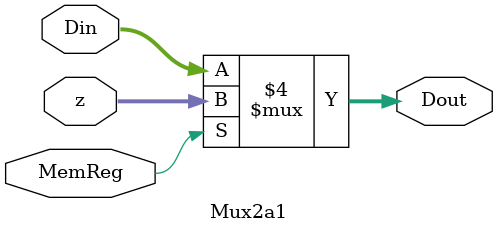
<source format=v>
module Mux2a1(
input MemReg,
input [31:0]Din,
input [31:0]z,
output reg [31:0]Dout
);

always @*
begin

 if (MemReg == 1)
   Dout <= z;

 else
    Dout <= Din;

end
endmodule


</source>
